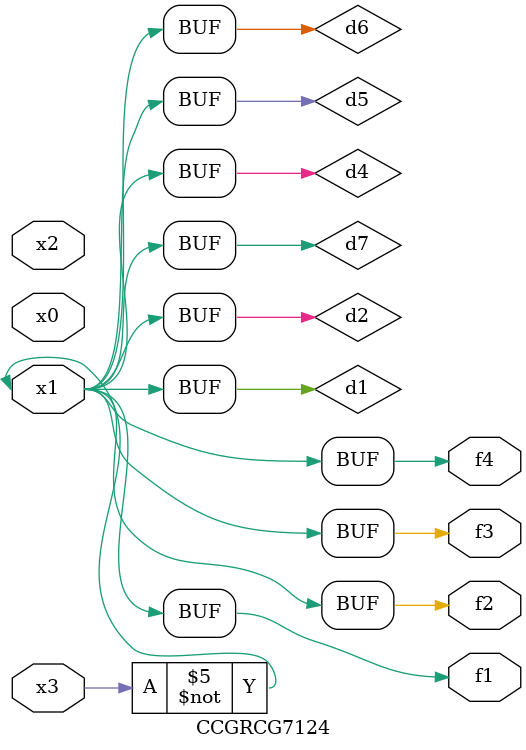
<source format=v>
module CCGRCG7124(
	input x0, x1, x2, x3,
	output f1, f2, f3, f4
);

	wire d1, d2, d3, d4, d5, d6, d7;

	not (d1, x3);
	buf (d2, x1);
	xnor (d3, d1, d2);
	nor (d4, d1);
	buf (d5, d1, d2);
	buf (d6, d4, d5);
	nand (d7, d4);
	assign f1 = d6;
	assign f2 = d7;
	assign f3 = d6;
	assign f4 = d6;
endmodule

</source>
